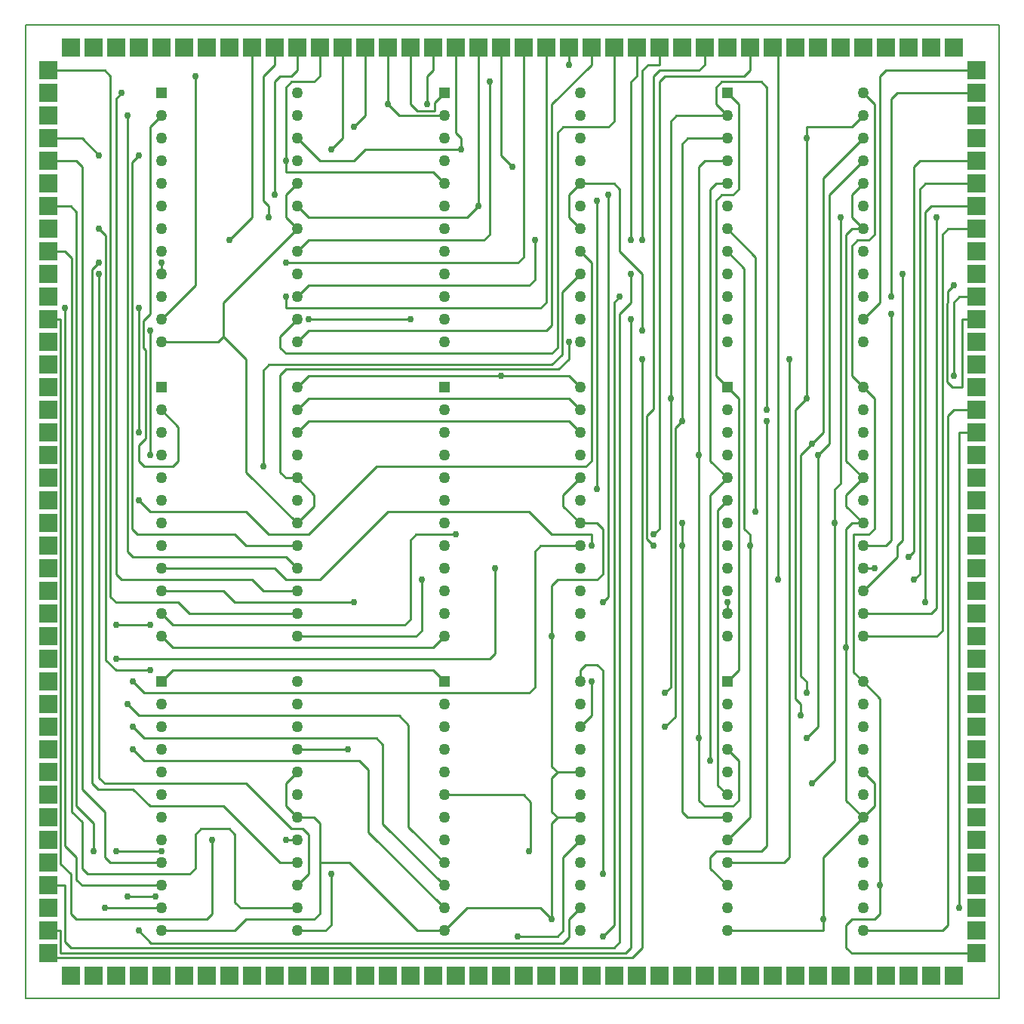
<source format=gbr>
G04 PROTEUS GERBER X2 FILE*
%TF.GenerationSoftware,Labcenter,Proteus,8.13-SP0-Build31525*%
%TF.CreationDate,2022-07-18T16:04:25+00:00*%
%TF.FileFunction,Copper,L2,Bot*%
%TF.FilePolarity,Positive*%
%TF.Part,Single*%
%TF.SameCoordinates,{a14ccd22-1d2d-4c41-ae0f-5237a1d864ee}*%
%FSLAX45Y45*%
%MOMM*%
G01*
%TA.AperFunction,Conductor*%
%ADD10C,0.254000*%
%TA.AperFunction,ViaPad*%
%ADD11C,0.762000*%
%TA.AperFunction,ComponentPad*%
%ADD12R,2.032000X2.032000*%
%TA.AperFunction,ComponentPad*%
%ADD13R,1.270000X1.270000*%
%ADD14C,1.270000*%
%TA.AperFunction,Profile*%
%ADD15C,0.203200*%
%TD.AperFunction*%
D10*
X+2413000Y-3937000D02*
X+2667000Y-3683000D01*
X+2667000Y-762000D01*
X-3175000Y+2794000D02*
X-2921000Y+3048000D01*
X-2921000Y+4953000D01*
X+2667000Y-762000D02*
X+2667000Y-635000D01*
X+2413000Y+2667000D02*
X+2603500Y+2476500D01*
X+2603500Y-444500D01*
X+2667000Y-508000D01*
X+2667000Y-635000D01*
X+3683000Y+3048000D02*
X+3683000Y+63500D01*
X+3619500Y+0D01*
X-381000Y+3175000D02*
X-508000Y+3048000D01*
X-2286000Y+3048000D01*
X-2413000Y+3175000D01*
X-381000Y+3175000D02*
X-381000Y+4953000D01*
X+3619500Y+0D02*
X+3619500Y-381000D01*
X+3365500Y-3302000D02*
X+3619500Y-3048000D01*
X+3619500Y-381000D01*
X+3937000Y+3683001D02*
X+3937000Y+3683000D01*
X+3556000Y+3302001D01*
X+3556000Y+508000D01*
X+3429000Y+381000D01*
X+3429000Y-2667000D01*
X+3302000Y-2794000D01*
X+0Y+3619500D02*
X-127000Y+3746500D01*
X-127000Y+4953000D01*
X-1841500Y-2921000D02*
X-2159000Y-2921000D01*
X-2159001Y-2920999D01*
X-2413000Y-2921000D01*
X-2413000Y-2920999D01*
X+2413000Y-3683000D02*
X+1968500Y-3683000D01*
X+1905000Y-3619500D01*
X+1905000Y-635000D01*
X-2730500Y+3048000D02*
X-2730500Y+3175000D01*
X-2794000Y+3238500D01*
X-2794000Y+4635500D01*
X-2667000Y+4762500D01*
X-2667000Y+4953000D01*
X+2413000Y+2921000D02*
X+2730500Y+2603500D01*
X+2730500Y-254000D01*
X+1905000Y-635000D02*
X+1905000Y-381000D01*
X-762000Y-3429000D02*
X+127000Y-3429000D01*
X+203810Y-3505810D01*
X+203810Y-4050690D01*
X+190500Y-4064000D01*
X-2667000Y+3302000D02*
X-2667000Y+4572000D01*
X-2603500Y+4635500D01*
X-2476500Y+4635500D01*
X-2413000Y+4699000D01*
X-2413000Y+4953000D01*
X+952500Y+3238500D02*
X+952500Y+0D01*
X+2413000Y-127000D02*
X+2305050Y-234950D01*
X+2305050Y-3321050D01*
X+2413000Y-3429000D01*
X+2413000Y+3429000D02*
X+2286000Y+3429000D01*
X+2222500Y+3365500D01*
X+2222500Y+317500D01*
X+2413000Y+127000D01*
X-762000Y+3429000D02*
X-889000Y+3556000D01*
X-2540000Y+3556000D01*
X-2540000Y+3683000D01*
X-2540000Y+4508500D01*
X-2476500Y+4572000D01*
X-2222500Y+4572000D01*
X-2159000Y+4635500D01*
X-2159000Y+4953000D01*
X+2413000Y+127000D02*
X+2222500Y-63500D01*
X+2222500Y-3048000D01*
X+2413000Y+3683000D02*
X+2159000Y+3683000D01*
X+2095500Y+3619500D01*
X+2095500Y+381000D01*
X+2095500Y-2794000D02*
X+2095500Y-3492500D01*
X+2159000Y-3556000D01*
X+2476500Y-3556000D01*
X+2540000Y-3492500D01*
X+2540000Y-3048000D01*
X+2413000Y-2921000D01*
X+2095500Y-2794000D02*
X+2095500Y+381000D01*
X-2032000Y+3810000D02*
X-1905000Y+3937000D01*
X-1905000Y+4953000D01*
X+2413000Y+3937000D02*
X+1968500Y+3937000D01*
X+1905000Y+3873500D01*
X+1905000Y+762000D01*
X+1828800Y+685800D01*
X+1828800Y-2552700D01*
X+1714500Y-2667000D01*
X-1778000Y+4064000D02*
X-1651000Y+4191000D01*
X-1651000Y+4953000D01*
X+2413000Y+4191000D02*
X+1841500Y+4191000D01*
X+1778000Y+4127500D01*
X+1778000Y+1016000D01*
X+1778000Y-2222500D01*
X+1714500Y-2286000D01*
X-1397000Y+4318000D02*
X-1270000Y+4191000D01*
X-762000Y+4191000D01*
X-3937000Y+4191000D02*
X-4064000Y+4064000D01*
X-4064000Y+1968500D01*
X-4140200Y+1892300D01*
X-4140200Y+1587500D01*
X-4114800Y+1562100D01*
X-4114800Y+571500D01*
X-4191000Y+495300D01*
X-4191000Y+317500D01*
X-4127500Y+254000D01*
X-3810000Y+254000D01*
X-3746500Y+317500D01*
X-3746500Y+698500D01*
X-3937000Y+889000D01*
X-1397000Y+4318000D02*
X-1397000Y+4953000D01*
X+2413000Y+4191000D02*
X+2286000Y+4318000D01*
X+2286000Y+4508500D01*
X+2349500Y+4572000D01*
X+2794000Y+4572000D01*
X+2857500Y+4508500D01*
X+2857500Y+889000D01*
X-1143000Y+4953000D02*
X-1143000Y+4318000D01*
X-1066800Y+4241800D01*
X-869950Y+4241800D01*
X-869950Y+4337050D01*
X-762000Y+4445000D01*
X+2413000Y+1143000D02*
X+2540000Y+1016000D01*
X+2540000Y-2032000D01*
X+2413000Y-2159000D01*
X+2413000Y+4445000D02*
X+2540000Y+4318000D01*
X+2540000Y+3365500D01*
X+2476500Y+3302000D01*
X+2349500Y+3302000D01*
X+2286000Y+3238500D01*
X+2286000Y+1270000D01*
X+2413000Y+1143000D01*
X-762000Y-2159000D02*
X-889000Y-2032000D01*
X-3810000Y-2032000D01*
X-3937000Y-2159000D01*
X+3302000Y+4064000D02*
X+3302000Y+3937000D01*
X+3302000Y+1016000D02*
X+3175000Y+889000D01*
X+3175000Y-2349500D01*
X+3238500Y-2413000D01*
X+3238500Y-2540000D01*
X+3302000Y+4064000D02*
X+3809999Y+4064000D01*
X+3937000Y+4191000D01*
X+3937000Y+4191001D01*
X-952500Y+4318000D02*
X-952500Y+4635500D01*
X-889000Y+4699000D01*
X-889000Y+4953000D01*
X+762000Y+889001D02*
X+762000Y+889000D01*
X+635001Y+1016000D01*
X-2286001Y+1016000D01*
X-2413000Y+889000D01*
X-2413000Y+889001D01*
X+3302000Y+1016000D02*
X+3302000Y+3937000D01*
X+3937000Y+3937001D02*
X+3937000Y+3937000D01*
X+3492500Y+3492501D01*
X+3492500Y+635000D01*
X+3365500Y+508000D01*
X+3238500Y+381000D01*
X+3238500Y-2095500D01*
X+3302000Y-2159000D01*
X-571500Y+3937000D02*
X-635000Y+4000500D01*
X-635000Y+4953000D01*
X+762000Y+635001D02*
X+762000Y+635000D01*
X+635001Y+762000D01*
X-2286001Y+762000D01*
X-2413000Y+635000D01*
X-2413000Y+635001D01*
X-571500Y+3810000D02*
X-1651000Y+3810000D01*
X-1778000Y+3683000D01*
X-2158999Y+3683000D01*
X-2413000Y+3937000D01*
X-2413000Y+3937001D01*
X+762000Y-2666999D02*
X+762000Y-2667000D01*
X+889000Y-2539999D01*
X+889000Y-2159000D01*
X+3302000Y-2159000D02*
X+3302000Y-2286000D01*
X-571500Y+3937000D02*
X-571500Y+3810000D01*
X+4254500Y+2159000D02*
X+4254500Y+4381500D01*
X+4318000Y+4445000D01*
X+5207000Y+4445000D01*
X+1206500Y+2159000D02*
X+1143000Y+2095500D01*
X+1143000Y-4889500D01*
X+1016000Y-5016500D01*
X+1333500Y+1905000D02*
X+1333500Y-5143500D01*
X+1270000Y-5207000D01*
X-5067300Y-5207000D01*
X-5067300Y-4953000D01*
X-5207000Y-4953000D01*
X+1460500Y+1460500D02*
X+1460500Y-5143500D01*
X+1346200Y-5257800D01*
X-5156200Y-5257800D01*
X-5207000Y-5207000D01*
X+5207000Y+4699000D02*
X+4191000Y+4699000D01*
X+4127500Y+4635500D01*
X+4127500Y+2095500D01*
X+3937000Y+1905000D01*
X-2540000Y+2540000D02*
X+63500Y+2540000D01*
X+127000Y+2603500D01*
X+127000Y+4953000D01*
X-3937000Y+2540000D02*
X-3937000Y+2413000D01*
X-635000Y-508000D02*
X-1079500Y-508000D01*
X-1143000Y-571500D01*
X-1143000Y-1460500D01*
X-1206500Y-1524000D01*
X-3810000Y-1524000D01*
X-3937000Y-1397000D01*
X+1587500Y-508000D02*
X+1651000Y-444500D01*
X+1651000Y+4572000D01*
X+1714500Y+4635500D01*
X+2603500Y+4635500D01*
X+2667000Y+4699000D01*
X+2667000Y+4953000D01*
X-1016000Y-1016000D02*
X-1016000Y-1587500D01*
X-1079500Y-1651000D01*
X-2413000Y-1651000D01*
X+2984500Y-1016000D02*
X+2984500Y+4889500D01*
X+2921000Y+4953000D01*
X-2540000Y+2159000D02*
X-2540000Y+2032000D01*
X+317500Y+2032000D01*
X+381000Y+2095500D01*
X+381000Y+4953000D01*
X-3556000Y+4635500D02*
X-3556000Y+2286000D01*
X-3937000Y+1905000D01*
X+635000Y+4762500D02*
X+635000Y+4953000D01*
X-2413000Y+1651000D02*
X-2286000Y+1778000D01*
X+381000Y+1778000D01*
X+444500Y+1841500D01*
X+444500Y+4318000D01*
X+889000Y+4762500D01*
X+889000Y+4953000D01*
X+1143000Y+4953000D02*
X+1143000Y+4127500D01*
X+1079500Y+4064000D01*
X+571500Y+4064000D01*
X+508000Y+4000500D01*
X+508000Y+1587500D01*
X+444500Y+1524000D01*
X-2540000Y+1524000D01*
X-2603500Y+1587500D01*
X-2603500Y+1714500D01*
X-2413000Y+1905000D01*
X+254000Y+2794000D02*
X+254000Y+2349500D01*
X+190500Y+2286000D01*
X-2286000Y+2286000D01*
X-2413000Y+2159000D01*
X+1333500Y+2794000D02*
X+1333500Y+4572000D01*
X+1397000Y+4635500D01*
X+1397000Y+4953000D01*
X+1460500Y+2794000D02*
X+1460500Y+4699000D01*
X+1524000Y+4762500D01*
X+1651000Y+4762500D01*
X+1651000Y+4953000D01*
X-254000Y+4572000D02*
X-254000Y+2857500D01*
X-317500Y+2794000D01*
X-2286000Y+2794000D01*
X-2413000Y+2667000D01*
X+1587500Y-635000D02*
X+1511300Y-558800D01*
X+1511300Y+825500D01*
X+1587500Y+901700D01*
X+1587500Y+4635500D01*
X+1651000Y+4699000D01*
X+2095500Y+4699000D01*
X+2159000Y+4762500D01*
X+2159000Y+4953000D01*
X+889000Y-635000D02*
X+889000Y-508000D01*
X+444500Y-508000D01*
X+190500Y-254000D01*
X-1397000Y-254000D01*
X-2159000Y-1016000D01*
X-2540000Y-1016000D01*
X-2667000Y-889000D01*
X-3937000Y-889000D01*
X+1016000Y-1270000D02*
X+1079500Y-1206500D01*
X+1079500Y+3302000D01*
X-1778000Y-1270000D02*
X-3111500Y-1270000D01*
X-3238500Y-1143000D01*
X-3937000Y-1143000D01*
X-4191000Y-4953000D02*
X-4051300Y-5092700D01*
X+571500Y-5092700D01*
X+635000Y-5029200D01*
X+635000Y-4826000D01*
X+762000Y-4699000D01*
X+1333500Y+2413000D02*
X+1333500Y+2095500D01*
X+1206500Y+1968500D01*
X+1206500Y-5080000D01*
X+1143000Y-5143500D01*
X-4953000Y-5143500D01*
X-5016500Y-5080000D01*
X-5016500Y-4445000D01*
X-5207000Y-4445000D01*
X+63500Y-5016500D02*
X+508000Y-5016500D01*
X+571500Y-4953000D01*
X+571500Y-4127500D01*
X+762000Y-3937000D01*
X-4445000Y-4064000D02*
X-3937000Y-4064000D01*
X-4000500Y-4572000D02*
X-4318000Y-4572000D01*
X-4254500Y-2921000D02*
X-4127500Y-3048000D01*
X-1714500Y-3048000D01*
X-1614062Y-3148438D01*
X-1614062Y-3846938D01*
X-762000Y-4699000D01*
X+635000Y+1651000D02*
X+635000Y+1460500D01*
X+520700Y+1346200D01*
X-2540000Y+1346200D01*
X-2603500Y+1282700D01*
X-2603500Y+190500D01*
X-2159000Y-4191000D02*
X-2159000Y-4762500D01*
X-2222500Y-4826000D01*
X-2984500Y-4826000D01*
X-3111500Y-4953000D01*
X-3937000Y-4953000D01*
X+762000Y+3429000D02*
X+1143000Y+3429001D01*
X+1206500Y+3365501D01*
X+1206500Y+2667000D01*
X+1460500Y+2413000D01*
X+1460500Y+1778000D01*
X-762000Y-4953000D02*
X-1059824Y-4953000D01*
X-1821824Y-4191000D01*
X-2159000Y-4191000D01*
X-2413000Y-381000D02*
X-2984500Y+190500D01*
X-2984500Y+1460500D01*
X-3238500Y+1714500D01*
X-2413000Y+2921000D02*
X-3238500Y+2095500D01*
X-3238500Y+1714500D01*
X+762000Y-381000D02*
X+952500Y-381000D01*
X+1016000Y-444500D01*
X+1016000Y-952500D01*
X+952500Y-1016000D01*
X+508000Y-1016000D01*
X+444500Y-1079500D01*
X+444500Y-1651000D01*
X+3937000Y+2921000D02*
X+3810000Y+2921000D01*
X+3746500Y+2857500D01*
X+3746500Y+317501D01*
X+3937000Y+127000D01*
X-2413000Y+2921000D02*
X-2540000Y+3048000D01*
X-2540000Y+3302001D01*
X-2413000Y+3429000D01*
X-2413000Y+3429001D01*
X+3937000Y+2921000D02*
X+3810000Y+3048000D01*
X+3810000Y+3302001D01*
X+3937000Y+3429000D01*
X+3937000Y+3429001D01*
X-2413000Y+127000D02*
X-2540001Y+127001D01*
X-2603500Y+190500D01*
X-762000Y-1651000D02*
X-889000Y-1778000D01*
X-3810000Y-1778000D01*
X-3937000Y-1651000D01*
X+3937000Y-3683000D02*
X+3492500Y-4127500D01*
X+3492500Y-4826000D01*
X+444500Y-1651000D02*
X+444500Y-3111500D01*
X+508000Y-3175000D01*
X+3746500Y-1651000D02*
X+3746500Y-1778000D01*
X+3937000Y-381000D02*
X+3810000Y-381000D01*
X+3746500Y-444500D01*
X+3746500Y-1651000D01*
X+2413000Y-4953000D02*
X+3492500Y-4953000D01*
X+508000Y-3683000D02*
X+444500Y-3746500D01*
X+444500Y-4826000D01*
X-3238500Y+1714500D02*
X-3302000Y+1651000D01*
X-3937000Y+1651000D01*
X+508000Y-3175000D02*
X+508001Y-3174999D01*
X+762000Y-3175000D01*
X+762000Y-3174999D01*
X+762000Y+3429001D02*
X+762000Y+3429000D01*
X+635000Y+3302001D01*
X+635000Y+3048000D01*
X+762000Y+2921000D01*
X-2413000Y-381000D02*
X-2222500Y-190500D01*
X-2222500Y-63499D01*
X-2413000Y+127000D01*
X-2413000Y+127001D01*
X+3937000Y-381000D02*
X+3746500Y-190500D01*
X+3746500Y-63499D01*
X+3937000Y+127000D01*
X+3937000Y+127001D01*
X+762000Y-381000D02*
X+571500Y-190500D01*
X+571500Y-63499D01*
X+762000Y+127000D01*
X+762000Y+127001D01*
X-2413000Y-3683000D02*
X-2540000Y-3556000D01*
X-2540000Y-3301999D01*
X-2413000Y-3175000D01*
X-2413000Y-3174999D01*
X+508000Y-3683000D02*
X+444500Y-3619500D01*
X+444500Y-3238500D01*
X+508000Y-3175000D01*
X+3937000Y-3683000D02*
X+3746500Y-3492500D01*
X+3746500Y-3175000D01*
X+3937000Y-3683000D02*
X+4064000Y-3556000D01*
X+4064000Y-3301999D01*
X+3937000Y-3175000D01*
X+3937000Y-3174999D01*
X+508000Y-3683000D02*
X+762000Y-3683000D01*
X+3492500Y-4953000D02*
X+3492500Y-4826000D01*
X+3746500Y-3175000D02*
X+3746500Y-1778000D01*
X-762000Y-4953000D02*
X-508000Y-4699000D01*
X+317500Y-4699000D01*
X+444500Y-4826000D01*
X-2413000Y-3683000D02*
X-2222500Y-3683000D01*
X-2159000Y-3746500D01*
X-2159000Y-4191000D01*
X-4254500Y-2159000D02*
X-4127500Y-2286000D01*
X+190500Y-2286000D01*
X+254000Y-2222500D01*
X+254000Y-698500D01*
X+317500Y-635000D01*
X+762000Y-635000D01*
X-4318000Y-2413000D02*
X-4191000Y-2540000D01*
X-1270000Y-2540000D01*
X-1160720Y-2649280D01*
X-1160720Y-3792280D01*
X-762000Y-4191000D01*
X-4254500Y-2667000D02*
X-4127500Y-2794000D01*
X-1524000Y-2794000D01*
X-1448081Y-2869919D01*
X-1448081Y-3758919D01*
X-762000Y-4445000D01*
X-2286000Y+1905000D02*
X-1143000Y+1905000D01*
X-4191000Y+635000D02*
X-4191000Y+2032000D01*
X-4064000Y+381000D02*
X-4064000Y+1778000D01*
X+5016500Y-4699000D02*
X+5016500Y+635000D01*
X+5207000Y+635000D01*
X+5207000Y+889000D02*
X+4953000Y+889000D01*
X+4889500Y+825500D01*
X+4889500Y-4889500D01*
X+4826000Y-4953000D01*
X+3937000Y-4953000D01*
X-2794000Y+254000D02*
X-2794000Y+1333500D01*
X-2730500Y+1397000D01*
X+444500Y+1397000D01*
X+558800Y+1511300D01*
X+558800Y+2209800D01*
X+762000Y+2413000D01*
X-4191000Y-127000D02*
X-4064000Y-254000D01*
X-2984500Y-254000D01*
X-2730500Y-508000D01*
X-2286000Y-508000D01*
X-1524000Y+254000D01*
X+825500Y+254000D01*
X+889000Y+317500D01*
X+889000Y+2540000D01*
X+762000Y+2667000D01*
X-4064000Y-1524000D02*
X-4445000Y-1524000D01*
X-4445000Y-1905000D02*
X-254000Y-1905000D01*
X-190500Y-1841500D01*
X-190500Y-889000D01*
X+2857500Y+762000D02*
X+2857500Y-4000500D01*
X+2794000Y-4064000D01*
X+2286000Y-4064000D01*
X+2222500Y-4127500D01*
X+2222500Y-4254500D01*
X+2413000Y-4445000D01*
X+3111500Y+1460500D02*
X+3111500Y-4127500D01*
X+3048000Y-4191000D01*
X+2413000Y-4191000D01*
X+4254500Y+1968500D02*
X+4254500Y-571500D01*
X+4191000Y-635000D01*
X+3937000Y-635000D01*
X+4953000Y+2286000D02*
X+4889500Y+2222500D01*
X+4889500Y+2095500D01*
X+4876800Y+2082800D01*
X+4876800Y+1206500D01*
X+4940300Y+1143000D01*
X+5048250Y+1143000D01*
X+5048250Y+1905000D01*
X+5207000Y+1905000D01*
X+4953000Y+1270000D02*
X+4953000Y+2095500D01*
X+5016500Y+2159000D01*
X+5207000Y+2159000D01*
X+4064000Y-889000D02*
X+3937000Y-889000D01*
X-4635500Y+2413000D02*
X-4635500Y-3238500D01*
X-4572000Y-3302000D01*
X-2984500Y-3302000D01*
X-2476500Y-3810000D01*
X-2349500Y-3810000D01*
X-2286000Y-3873500D01*
X-2286000Y-4318000D01*
X-2413000Y-4445000D01*
X-4635500Y+2540000D02*
X-4711700Y+2463800D01*
X-4711700Y-3302000D01*
X-4648200Y-3365500D01*
X-4254500Y-3365500D01*
X-4064000Y-3556000D01*
X-3238500Y-3556000D01*
X-2603500Y-4191000D01*
X-2413000Y-4191000D01*
X-3365500Y-3937000D02*
X-3365500Y-4762500D01*
X-3429000Y-4826000D01*
X-4889500Y-4826000D01*
X-4953000Y-4762500D01*
X-4953000Y-4318000D01*
X-5067300Y-4203700D01*
X-5067300Y+1905000D01*
X-5207000Y+1905000D01*
X-2540000Y-3937000D02*
X-2413000Y-3937000D01*
X+4445000Y-762000D02*
X+4508500Y-698500D01*
X+4508500Y+3619500D01*
X+4572000Y+3683000D01*
X+5207000Y+3683000D01*
X+4508500Y-1016000D02*
X+4572000Y-952500D01*
X+4572000Y+3365500D01*
X+4635500Y+3429000D01*
X+5207000Y+3429000D01*
X+4635500Y-1270000D02*
X+4635500Y+3111500D01*
X+4699000Y+3175000D01*
X+5207000Y+3175000D01*
X+2413000Y-1270000D02*
X+2413000Y-1397000D01*
X+3937000Y-1651000D02*
X+4762500Y-1651000D01*
X+4826000Y-1587500D01*
X+4826000Y+2857500D01*
X+4889500Y+2921000D01*
X+5207000Y+2921000D01*
X+4762500Y+3048000D02*
X+4762500Y-1333500D01*
X+4699000Y-1397000D01*
X+3937000Y-1397000D01*
X+4381500Y+2413000D02*
X+4381500Y-571500D01*
X+4318000Y-635000D01*
X+4318000Y-762000D01*
X+3937000Y-1143000D01*
X-2413000Y-1397000D02*
X-3619500Y-1397000D01*
X-3746500Y-1270000D01*
X-4445000Y-1270000D01*
X-4508500Y-1206500D01*
X-4508500Y+4635500D01*
X-4572000Y+4699000D01*
X-5207000Y+4699000D01*
X-4381500Y+4445000D02*
X-4445000Y+4381500D01*
X-4445000Y-952500D01*
X-4381500Y-1016000D01*
X-2921000Y-1016000D01*
X-2794000Y-1143000D01*
X-2413000Y-1143000D01*
X-4318000Y+4191000D02*
X-4318000Y-698500D01*
X-4254500Y-762000D01*
X-2540000Y-762000D01*
X-2413000Y-889000D01*
X-4191000Y+3746500D02*
X-4267200Y+3670300D01*
X-4267200Y-444500D01*
X-4203700Y-508000D01*
X-3111500Y-508000D01*
X-2984500Y-635000D01*
X-2413000Y-635000D01*
X-4635500Y+3746500D02*
X-4826000Y+3937000D01*
X-5207000Y+3937000D01*
X-3937000Y-4191000D02*
X-4508500Y-4191000D01*
X-4572000Y-4127500D01*
X-4572000Y-3619500D01*
X-4826000Y-3365500D01*
X-4826000Y+3619500D01*
X-4889500Y+3683000D01*
X-5207000Y+3683000D01*
X-5016500Y+2032000D02*
X-5016500Y-4000500D01*
X-4889500Y-4127500D01*
X-4889500Y-4381500D01*
X-4826000Y-4445000D01*
X-3937000Y-4445000D01*
X-4572000Y-4699000D02*
X-3937000Y-4699000D01*
X-4699000Y-4064000D02*
X-4699000Y-3746500D01*
X-4889500Y-3556000D01*
X-4889500Y+3111500D01*
X-4953000Y+3175000D01*
X-5207000Y+3175000D01*
X-4064000Y-2032000D02*
X-4445000Y-2032000D01*
X-4559300Y-1917700D01*
X-4559300Y+2844800D01*
X-4635500Y+2921000D01*
X-2032000Y-4318000D02*
X-2032000Y-4889500D01*
X-2095500Y-4953000D01*
X-2413000Y-4953000D01*
X-5207000Y+2667000D02*
X-5016500Y+2667000D01*
X-4940300Y+2590800D01*
X-4940300Y-3619500D01*
X-4826000Y-3733800D01*
X-4826000Y-4254500D01*
X-4762500Y-4318000D01*
X-3619500Y-4318000D01*
X-3556000Y-4254500D01*
X-3556000Y-3873500D01*
X-3492500Y-3810000D01*
X-3175000Y-3810000D01*
X-3111500Y-3873500D01*
X-3111500Y-4635500D01*
X-3048000Y-4699000D01*
X-2413000Y-4699000D01*
X+4127500Y-4445000D02*
X+4127500Y-4762500D01*
X+4064000Y-4826000D01*
X+3810000Y-4826000D01*
X+3746500Y-4889500D01*
X+3746500Y-5143500D01*
X+3810000Y-5207000D01*
X+5207000Y-5207000D01*
X-254000Y+1270000D02*
X-127000Y+1270000D01*
X+3937000Y-2159000D02*
X+4127500Y-2349500D01*
X+4127500Y-4445000D01*
X-127000Y+1270000D02*
X+635000Y+1270000D01*
X+762000Y+1143000D01*
X+3937000Y+4445000D02*
X+4064000Y+4318000D01*
X+4064000Y+2857500D01*
X+4000500Y+2794000D01*
X+3873500Y+2794000D01*
X+3810000Y+2730500D01*
X+3810000Y+1270000D01*
X+3937000Y+1143000D01*
X+4064000Y+1016000D01*
X+4064000Y-444500D01*
X+4000500Y-508000D01*
X+3829050Y-508000D01*
X+3829050Y-2051050D01*
X+3937000Y-2159000D01*
X+1016000Y-4318000D02*
X+1016000Y-2032000D01*
X+952500Y-1968500D01*
X+825500Y-1968500D01*
X+762000Y-2032000D01*
X+762000Y-2159000D01*
X-254000Y+1270000D02*
X-2286000Y+1270000D01*
X-2413000Y+1143000D01*
D11*
X-3175000Y+2794000D03*
X+2667000Y-635000D03*
X+3619500Y-381000D03*
X+3365500Y-3302000D03*
X+3683000Y+3048000D03*
X-381000Y+3175000D03*
X+0Y+3619500D03*
X-1841500Y-2921000D03*
X+3302000Y-2794000D03*
X+3429000Y+381000D03*
X-2730500Y+3048000D03*
X+2730500Y-254000D03*
X+1905000Y-381000D03*
X+1905000Y-635000D03*
X+190500Y-4064000D03*
X+952500Y+0D03*
X+952500Y+3238500D03*
X-2667000Y+3302000D03*
X-2540000Y+3683000D03*
X+2222500Y-3048000D03*
X-2032000Y+3810000D03*
X+2095500Y+381000D03*
X+2095500Y-2794000D03*
X+1714500Y-2667000D03*
X-1778000Y+4064000D03*
X+1905000Y+762000D03*
X+1714500Y-2286000D03*
X+2857500Y+889000D03*
X-1397000Y+4318000D03*
X+1778000Y+1016000D03*
X+3302000Y+3937000D03*
X+3238500Y-2540000D03*
X-952500Y+4318000D03*
X+3302000Y+1016000D03*
X-571500Y+3810000D03*
X+889000Y-2159000D03*
X+3302000Y-2286000D03*
X+3365500Y+508000D03*
X+4254500Y+2159000D03*
X+1016000Y-5016500D03*
X+1206500Y+2159000D03*
X+1333500Y+1905000D03*
X+1460500Y+1460500D03*
X-2540000Y+2540000D03*
X-3937000Y+2540000D03*
X-635000Y-508000D03*
X+1587500Y-508000D03*
X-1016000Y-1016000D03*
X+2984500Y-1016000D03*
X-2540000Y+2159000D03*
X-3556000Y+4635500D03*
X+635000Y+4762500D03*
X+254000Y+2794000D03*
X+1333500Y+2794000D03*
X+1460500Y+2794000D03*
X-254000Y+4572000D03*
X+1587500Y-635000D03*
X+889000Y-635000D03*
X+1079500Y+3302000D03*
X+1016000Y-1270000D03*
X-1778000Y-1270000D03*
X-4191000Y-4953000D03*
X+1333500Y+2413000D03*
X+63500Y-5016500D03*
X-3937000Y-4064000D03*
X-4445000Y-4064000D03*
X-4318000Y-4572000D03*
X-4000500Y-4572000D03*
X-4254500Y-2921000D03*
X+444500Y-4826000D03*
X+3492500Y-4826000D03*
X+3746500Y-1778000D03*
X+1460500Y+1778000D03*
X+635000Y+1651000D03*
X+444500Y-1651000D03*
X-4254500Y-2159000D03*
X-4318000Y-2413000D03*
X-4254500Y-2667000D03*
X-1143000Y+1905000D03*
X-2286000Y+1905000D03*
X-4191000Y+2032000D03*
X-4191000Y+635000D03*
X-4064000Y+1778000D03*
X-4064000Y+381000D03*
X+5016500Y-4699000D03*
X-2794000Y+254000D03*
X-4191000Y-127000D03*
X-4445000Y-1524000D03*
X-4064000Y-1524000D03*
X-190500Y-889000D03*
X-4445000Y-1905000D03*
X+2857500Y+762000D03*
X+3111500Y+1460500D03*
X+4254500Y+1968500D03*
X+4953000Y+2286000D03*
X+4953000Y+1270000D03*
X+4064000Y-889000D03*
X-4635500Y+2413000D03*
X-4635500Y+2540000D03*
X-3365500Y-3937000D03*
X-2540000Y-3937000D03*
X+4445000Y-762000D03*
X+4508500Y-1016000D03*
X+4635500Y-1270000D03*
X+2413000Y-1270000D03*
X+4762500Y+3048000D03*
X+4381500Y+2413000D03*
X-4381500Y+4445000D03*
X-4318000Y+4191000D03*
X-4191000Y+3746500D03*
X-4635500Y+3746500D03*
X-5016500Y+2032000D03*
X-4572000Y-4699000D03*
X-4699000Y-4064000D03*
X-4635500Y+2921000D03*
X-4064000Y-2032000D03*
X-2032000Y-4318000D03*
X-127000Y+1270000D03*
X+4127500Y-4445000D03*
X+1016000Y-4318000D03*
D12*
X-2921000Y+4953000D03*
X-2667000Y+4953000D03*
X-2413000Y+4953000D03*
X-2159000Y+4953000D03*
X-1905000Y+4953000D03*
X-1651000Y+4953000D03*
X-1397000Y+4953000D03*
X-1143000Y+4953000D03*
X-889000Y+4953000D03*
X-635000Y+4953000D03*
X-381000Y+4953000D03*
X-127000Y+4953000D03*
X+127000Y+4953000D03*
X+381000Y+4953000D03*
X+635000Y+4953000D03*
X+889000Y+4953000D03*
X+1143000Y+4953000D03*
X+1397000Y+4953000D03*
X+1651000Y+4953000D03*
X+1905000Y+4953000D03*
X+2159000Y+4953000D03*
X+2413000Y+4953000D03*
X+2667000Y+4953000D03*
X+2921000Y+4953000D03*
X+3175000Y+4953000D03*
X+3429000Y+4953000D03*
X+3683000Y+4953000D03*
X+3937000Y+4953000D03*
X+4191000Y+4953000D03*
X+4445000Y+4953000D03*
X+4699000Y+4953000D03*
X+4953000Y+4953000D03*
X-4953000Y+4953000D03*
X-4699000Y+4953000D03*
X-4445000Y+4953000D03*
X-4191000Y+4953000D03*
X-3937000Y+4953000D03*
X-3683000Y+4953000D03*
X-3429000Y+4953000D03*
X-3175000Y+4953000D03*
X-4953000Y-5461000D03*
X-4699000Y-5461000D03*
X-4445000Y-5461000D03*
X-4191000Y-5461000D03*
X-3937000Y-5461000D03*
X-3683000Y-5461000D03*
X-3429000Y-5461000D03*
X-3175000Y-5461000D03*
X-2921000Y-5461000D03*
X-2667000Y-5461000D03*
X-2413000Y-5461000D03*
X-2159000Y-5461000D03*
X-1905000Y-5461000D03*
X-1651000Y-5461000D03*
X-1397000Y-5461000D03*
X-1143000Y-5461000D03*
X-889000Y-5461000D03*
X-635000Y-5461000D03*
X-381000Y-5461000D03*
X-127000Y-5461000D03*
X+127000Y-5461000D03*
X+381000Y-5461000D03*
X+635000Y-5461000D03*
X+889000Y-5461000D03*
X+1143000Y-5461000D03*
X+1397000Y-5461000D03*
X+1651000Y-5461000D03*
X+1905000Y-5461000D03*
X+2159000Y-5461000D03*
X+2413000Y-5461000D03*
X+2667000Y-5461000D03*
X+2921000Y-5461000D03*
X+3175000Y-5461000D03*
X+3429000Y-5461000D03*
X+3683000Y-5461000D03*
X+3937000Y-5461000D03*
X+4191000Y-5461000D03*
X+4445000Y-5461000D03*
X+4699000Y-5461000D03*
X+4953000Y-5461000D03*
X-5207000Y+4699000D03*
X-5207000Y+4445000D03*
X-5207000Y+4191000D03*
X-5207000Y+3937000D03*
X-5207000Y+3683000D03*
X-5207000Y+3429000D03*
X-5207000Y+3175000D03*
X-5207000Y+2921000D03*
X-5207000Y+2667000D03*
X-5207000Y+2413000D03*
X-5207000Y+2159000D03*
X-5207000Y+1905000D03*
X-5207000Y+1651000D03*
X-5207000Y+1397000D03*
X-5207000Y+1143000D03*
X-5207000Y+889000D03*
X-5207000Y+635000D03*
X-5207000Y+381000D03*
X-5207000Y+127000D03*
X-5207000Y-127000D03*
X-5207000Y-381000D03*
X-5207000Y-635000D03*
X-5207000Y-889000D03*
X-5207000Y-1143000D03*
X-5207000Y-1397000D03*
X-5207000Y-1651000D03*
X-5207000Y-1905000D03*
X-5207000Y-2159000D03*
X-5207000Y-2413000D03*
X-5207000Y-2667000D03*
X-5207000Y-2921000D03*
X-5207000Y-3175000D03*
X-5207000Y-3429000D03*
X-5207000Y-3683000D03*
X-5207000Y-3937000D03*
X-5207000Y-4191000D03*
X-5207000Y-4445000D03*
X-5207000Y-4699000D03*
X-5207000Y-4953000D03*
X-5207000Y-5207000D03*
X+5207000Y+4699000D03*
X+5207000Y+4445000D03*
X+5207000Y+4191000D03*
X+5207000Y+3937000D03*
X+5207000Y+3683000D03*
X+5207000Y+3429000D03*
X+5207000Y+3175000D03*
X+5207000Y+2921000D03*
X+5207000Y+2667000D03*
X+5207000Y+2413000D03*
X+5207000Y+2159000D03*
X+5207000Y+1905000D03*
X+5207000Y+1651000D03*
X+5207000Y+1397000D03*
X+5207000Y+1143000D03*
X+5207000Y+889000D03*
X+5207000Y+635000D03*
X+5207000Y+381000D03*
X+5207000Y+127000D03*
X+5207000Y-127000D03*
X+5207000Y-381000D03*
X+5207000Y-635000D03*
X+5207000Y-889000D03*
X+5207000Y-1143000D03*
X+5207000Y-1397000D03*
X+5207000Y-1651000D03*
X+5207000Y-1905000D03*
X+5207000Y-2159000D03*
X+5207000Y-2413000D03*
X+5207000Y-2667000D03*
X+5207000Y-2921000D03*
X+5207000Y-3175000D03*
X+5207000Y-3429000D03*
X+5207000Y-3683000D03*
X+5207000Y-3937000D03*
X+5207000Y-4191000D03*
X+5207000Y-4445000D03*
X+5207000Y-4699000D03*
X+5207000Y-4953000D03*
X+5207000Y-5207000D03*
D13*
X-3937000Y+4445000D03*
D14*
X-3937000Y+4191000D03*
X-3937000Y+3937000D03*
X-3937000Y+3683000D03*
X-3937000Y+3429000D03*
X-3937000Y+3175000D03*
X-3937000Y+2921000D03*
X-3937000Y+2667000D03*
X-3937000Y+2413000D03*
X-3937000Y+2159000D03*
X-3937000Y+1905000D03*
X-3937000Y+1651000D03*
X-2413000Y+1651000D03*
X-2413000Y+1905000D03*
X-2413000Y+2159000D03*
X-2413000Y+2413000D03*
X-2413000Y+2667000D03*
X-2413000Y+2921000D03*
X-2413000Y+3175000D03*
X-2413000Y+3429000D03*
X-2413000Y+3683000D03*
X-2413000Y+3937000D03*
X-2413000Y+4191000D03*
X-2413000Y+4445000D03*
D13*
X-3937000Y+1143000D03*
D14*
X-3937000Y+889000D03*
X-3937000Y+635000D03*
X-3937000Y+381000D03*
X-3937000Y+127000D03*
X-3937000Y-127000D03*
X-3937000Y-381000D03*
X-3937000Y-635000D03*
X-3937000Y-889000D03*
X-3937000Y-1143000D03*
X-3937000Y-1397000D03*
X-3937000Y-1651000D03*
X-2413000Y-1651000D03*
X-2413000Y-1397000D03*
X-2413000Y-1143000D03*
X-2413000Y-889000D03*
X-2413000Y-635000D03*
X-2413000Y-381000D03*
X-2413000Y-127000D03*
X-2413000Y+127000D03*
X-2413000Y+381000D03*
X-2413000Y+635000D03*
X-2413000Y+889000D03*
X-2413000Y+1143000D03*
D13*
X-3937000Y-2159000D03*
D14*
X-3937000Y-2413000D03*
X-3937000Y-2667000D03*
X-3937000Y-2921000D03*
X-3937000Y-3175000D03*
X-3937000Y-3429000D03*
X-3937000Y-3683000D03*
X-3937000Y-3937000D03*
X-3937000Y-4191000D03*
X-3937000Y-4445000D03*
X-3937000Y-4699000D03*
X-3937000Y-4953000D03*
X-2413000Y-4953000D03*
X-2413000Y-4699000D03*
X-2413000Y-4445000D03*
X-2413000Y-4191000D03*
X-2413000Y-3937000D03*
X-2413000Y-3683000D03*
X-2413000Y-3429000D03*
X-2413000Y-3175000D03*
X-2413000Y-2921000D03*
X-2413000Y-2667000D03*
X-2413000Y-2413000D03*
X-2413000Y-2159000D03*
D13*
X-762000Y+4445000D03*
D14*
X-762000Y+4191000D03*
X-762000Y+3937000D03*
X-762000Y+3683000D03*
X-762000Y+3429000D03*
X-762000Y+3175000D03*
X-762000Y+2921000D03*
X-762000Y+2667000D03*
X-762000Y+2413000D03*
X-762000Y+2159000D03*
X-762000Y+1905000D03*
X-762000Y+1651000D03*
X+762000Y+1651000D03*
X+762000Y+1905000D03*
X+762000Y+2159000D03*
X+762000Y+2413000D03*
X+762000Y+2667000D03*
X+762000Y+2921000D03*
X+762000Y+3175000D03*
X+762000Y+3429000D03*
X+762000Y+3683000D03*
X+762000Y+3937000D03*
X+762000Y+4191000D03*
X+762000Y+4445000D03*
D13*
X-762000Y+1143000D03*
D14*
X-762000Y+889000D03*
X-762000Y+635000D03*
X-762000Y+381000D03*
X-762000Y+127000D03*
X-762000Y-127000D03*
X-762000Y-381000D03*
X-762000Y-635000D03*
X-762000Y-889000D03*
X-762000Y-1143000D03*
X-762000Y-1397000D03*
X-762000Y-1651000D03*
X+762000Y-1651000D03*
X+762000Y-1397000D03*
X+762000Y-1143000D03*
X+762000Y-889000D03*
X+762000Y-635000D03*
X+762000Y-381000D03*
X+762000Y-127000D03*
X+762000Y+127000D03*
X+762000Y+381000D03*
X+762000Y+635000D03*
X+762000Y+889000D03*
X+762000Y+1143000D03*
D13*
X-762000Y-2159000D03*
D14*
X-762000Y-2413000D03*
X-762000Y-2667000D03*
X-762000Y-2921000D03*
X-762000Y-3175000D03*
X-762000Y-3429000D03*
X-762000Y-3683000D03*
X-762000Y-3937000D03*
X-762000Y-4191000D03*
X-762000Y-4445000D03*
X-762000Y-4699000D03*
X-762000Y-4953000D03*
X+762000Y-4953000D03*
X+762000Y-4699000D03*
X+762000Y-4445000D03*
X+762000Y-4191000D03*
X+762000Y-3937000D03*
X+762000Y-3683000D03*
X+762000Y-3429000D03*
X+762000Y-3175000D03*
X+762000Y-2921000D03*
X+762000Y-2667000D03*
X+762000Y-2413000D03*
X+762000Y-2159000D03*
D13*
X+2413000Y+4445000D03*
D14*
X+2413000Y+4191000D03*
X+2413000Y+3937000D03*
X+2413000Y+3683000D03*
X+2413000Y+3429000D03*
X+2413000Y+3175000D03*
X+2413000Y+2921000D03*
X+2413000Y+2667000D03*
X+2413000Y+2413000D03*
X+2413000Y+2159000D03*
X+2413000Y+1905000D03*
X+2413000Y+1651000D03*
X+3937000Y+1651000D03*
X+3937000Y+1905000D03*
X+3937000Y+2159000D03*
X+3937000Y+2413000D03*
X+3937000Y+2667000D03*
X+3937000Y+2921000D03*
X+3937000Y+3175000D03*
X+3937000Y+3429000D03*
X+3937000Y+3683000D03*
X+3937000Y+3937000D03*
X+3937000Y+4191000D03*
X+3937000Y+4445000D03*
D13*
X+2413000Y+1143000D03*
D14*
X+2413000Y+889000D03*
X+2413000Y+635000D03*
X+2413000Y+381000D03*
X+2413000Y+127000D03*
X+2413000Y-127000D03*
X+2413000Y-381000D03*
X+2413000Y-635000D03*
X+2413000Y-889000D03*
X+2413000Y-1143000D03*
X+2413000Y-1397000D03*
X+2413000Y-1651000D03*
X+3937000Y-1651000D03*
X+3937000Y-1397000D03*
X+3937000Y-1143000D03*
X+3937000Y-889000D03*
X+3937000Y-635000D03*
X+3937000Y-381000D03*
X+3937000Y-127000D03*
X+3937000Y+127000D03*
X+3937000Y+381000D03*
X+3937000Y+635000D03*
X+3937000Y+889000D03*
X+3937000Y+1143000D03*
D13*
X+2413000Y-2159000D03*
D14*
X+2413000Y-2413000D03*
X+2413000Y-2667000D03*
X+2413000Y-2921000D03*
X+2413000Y-3175000D03*
X+2413000Y-3429000D03*
X+2413000Y-3683000D03*
X+2413000Y-3937000D03*
X+2413000Y-4191000D03*
X+2413000Y-4445000D03*
X+2413000Y-4699000D03*
X+2413000Y-4953000D03*
X+3937000Y-4953000D03*
X+3937000Y-4699000D03*
X+3937000Y-4445000D03*
X+3937000Y-4191000D03*
X+3937000Y-3937000D03*
X+3937000Y-3683000D03*
X+3937000Y-3429000D03*
X+3937000Y-3175000D03*
X+3937000Y-2921000D03*
X+3937000Y-2667000D03*
X+3937000Y-2413000D03*
X+3937000Y-2159000D03*
D15*
X-5461000Y-5715000D02*
X+5461000Y-5715000D01*
X+5461000Y+5207000D01*
X-5461000Y+5207000D01*
X-5461000Y-5715000D01*
M02*

</source>
